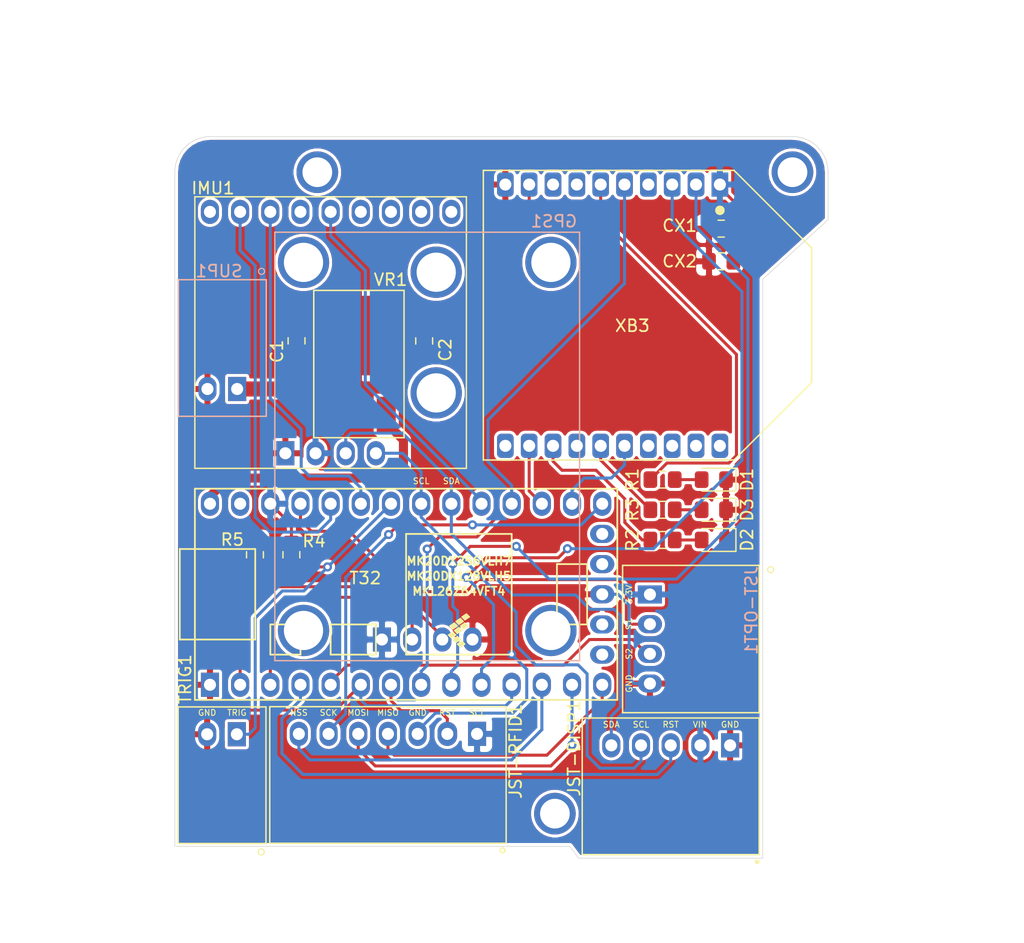
<source format=kicad_pcb>
(kicad_pcb (version 20171130) (host pcbnew "(5.1.2)-2")
  (title_block (title "Smart eNERF Gun") (date 2019-09-16) (rev 4.5) (company "RMIT University") (comment 1 "Engineering Capstone Project") (comment 3 "Author: Aditya Prabhakara"))
  (layers (0 F.Cu signal) (31 B.Cu signal) (34 B.Paste user hide) (35 F.Paste user hide) (36 B.SilkS user) (37 F.SilkS user) (38 B.Mask user hide) (39 F.Mask user hide) (44 Edge.Cuts user))
  (net 0 "")
  (net 1 GND)
  (net 2 +BATT)
  (net 3 +5V)
  (net 4 "Net-(D1-Pad2)")
  (net 5 "Net-(D2-Pad2)")
  (net 6 "Net-(D3-Pad2)")
  (net 7 +3V3)
  (net 8 /T32-2-GPS)
  (net 9 /GPS-2-T32)
  (net 10 /I2C-SDA)
  (net 11 /I2C-SCL)
  (net 12 "Net-(IMU1-Pad5)")
  (net 13 "Net-(IMU1-Pad6)")
  (net 14 "Net-(IMU1-Pad7)")
  (net 15 "Net-(IMU1-Pad8)")
  (net 16 /IMU-M-RDY)
  (net 17 "Net-(IMU1-Pad10)")
  (net 18 /IMU-INT1)
  (net 19 /IMU-INT2)
  (net 20 "Net-(IMU1-Pad13)")
  (net 21 /DISP-RST)
  (net 22 /OPT-S1)
  (net 23 /OPT-S2)
  (net 24 /RFID-RST)
  (net 25 /RFID-MISO)
  (net 26 /RFID-MOSI)
  (net 27 /RFID-SCK)
  (net 28 /RFID-NSS)
  (net 29 /XB-RSSI)
  (net 30 /XB-ON)
  (net 31 /XB-ASOC)
  (net 32 /TRIG)
  (net 33 "Net-(R5-Pad2)")
  (net 34 /XB-WAKE)
  (net 35 /XB-2-T32)
  (net 36 /T32-2-XB)
  (net 37 /XB-RESET)
  (net 38 /XB-CTS_T32-RTS)
  (net 39 /XB-RTS_T32-CTS)
  (net 40 "Net-(T32-Pad15)")
  (net 41 "Net-(T32-Pad16)")
  (net 42 "Net-(T32-Pad19)")
  (net 43 "Net-(T32-Pad18)")
  (net 44 "Net-(XB3-Pad4)")
  (net 45 "Net-(XB3-Pad7)")
  (net 46 "Net-(XB3-Pad11)")
  (net 47 "Net-(XB3-Pad17)")
  (net 48 "Net-(XB3-Pad18)")
  (net 49 "Net-(XB3-Pad19)")
  (net 50 "Net-(XB3-Pad20)")
  (net 51 "Net-(T32-Pad32)")
  (module "Smart_eNERF_Gun:JST_S7B-XH-A(LF)(SN)" (layer F.Cu) (at 67.945 118.745 180)
    (fp_text reference JST-RFID1 (at -10.7442 1.995 270) (layer F.SilkS))
    (fp_text value "S7B-XH-A(LF)(SN)" hide)
    (pad 7 thru_hole oval (at 7.5 3.46 180) (size 1.524 2.032) (drill 1.016) (layers *.Cu *.Mask) (net 28 /RFID-NSS))
    (pad 6 thru_hole oval (at 5 3.46 180) (size 1.524 2.032) (drill 1.016) (layers *.Cu *.Mask) (net 27 /RFID-SCK))
    (pad 5 thru_hole oval (at 2.5 3.46 180) (size 1.524 2.032) (drill 1.016) (layers *.Cu *.Mask) (net 26 /RFID-MOSI))
    (pad 4 thru_hole oval (at 0 3.46 180) (size 1.524 2.032) (drill 1.016) (layers *.Cu *.Mask) (net 25 /RFID-MISO))
    (pad 3 thru_hole oval (at -2.5 3.46 180) (size 1.524 2.032) (drill 1.016) (layers *.Cu *.Mask) (net 1 GND))
    (pad 2 thru_hole oval (at -5 3.46 180) (size 1.651 2.032) (drill 1.016) (layers *.Cu *.Mask) (net 24 /RFID-RST))
    (pad 1 thru_hole rect (at -7.5 3.46 180) (size 1.524 2.032) (drill 1.016) (layers *.Cu *.Mask) (net 7 +3V3))
  )
  (module Smart_eNERF_Gun:LSM9D61_Breakout (layer F.Cu) (at 63.119 81.5 90)
    (fp_text reference IMU1 (at 12.158 -9.906) (layer F.SilkS))
    (fp_text value LSM9D61)
    (pad M thru_hole circle (at -5.08 8.89 90) (size 4.318 4.318) (drill 3.302) (layers *.Cu *.Mask))
    (pad M thru_hole circle (at 5.08 8.89 270) (size 4.318 4.318) (drill 3.302) (layers *.Cu *.Mask))
    (pad 13 thru_hole oval (at 10.16 -10.16 90) (size 2.032 1.524) (drill 1.016) (layers *.Cu *.Mask) (net 20 "Net-(IMU1-Pad13)"))
    (pad 12 thru_hole oval (at 10.16 -7.62 90) (size 2.032 1.524) (drill 1.016) (layers *.Cu *.Mask) (net 19 /IMU-INT2))
    (pad 11 thru_hole oval (at 10.16 -5.08 90) (size 2.032 1.524) (drill 1.016) (layers *.Cu *.Mask) (net 18 /IMU-INT1))
    (pad 10 thru_hole oval (at 10.16 -2.54 90) (size 2.032 1.524) (drill 1.016) (layers *.Cu *.Mask) (net 17 "Net-(IMU1-Pad10)"))
    (pad 9 thru_hole oval (at 10.16 0 90) (size 2.032 1.524) (drill 1.016) (layers *.Cu *.Mask) (net 16 /IMU-M-RDY))
    (pad 8 thru_hole oval (at 10.16 2.54 90) (size 2.032 1.524) (drill 1.016) (layers *.Cu *.Mask) (net 15 "Net-(IMU1-Pad8)"))
    (pad 7 thru_hole oval (at 10.16 5.08 90) (size 2.032 1.524) (drill 1.016) (layers *.Cu *.Mask) (net 14 "Net-(IMU1-Pad7)"))
    (pad 6 thru_hole oval (at 10.16 7.62 90) (size 2.032 1.524) (drill 1.016) (layers *.Cu *.Mask) (net 13 "Net-(IMU1-Pad6)"))
    (pad 5 thru_hole oval (at 10.16 10.16 90) (size 2.032 1.524) (drill 1.016) (layers *.Cu *.Mask) (net 12 "Net-(IMU1-Pad5)"))
    (pad 4 thru_hole oval (at -10.16 3.81 90) (size 2.032 1.524) (drill 1.016) (layers *.Cu *.Mask) (net 11 /I2C-SCL))
    (pad 3 thru_hole oval (at -10.16 1.27 90) (size 2.032 1.524) (drill 1.016) (layers *.Cu *.Mask) (net 10 /I2C-SDA))
    (pad 2 thru_hole oval (at -10.16 -1.27 90) (size 2.032 1.524) (drill 1.016) (layers *.Cu *.Mask) (net 7 +3V3))
    (pad 1 thru_hole rect (at -10.16 -3.81 90) (size 2.032 1.524) (drill 1.016) (layers *.Cu *.Mask) (net 1 GND))
  )
  (module Smart_eNERF_Gun:XCVR_XB3-24Z8PT-J (layer F.Cu) (at 89.792 80.037 270)
    (fp_text reference XB3 (at 0.889 1.27 180) (layer F.SilkS))
    (fp_text value XB3-24Z8PT-J hide)
    (pad 1 thru_hole rect (at -10.9982 -6.096 270) (size 2.032 1.397) (drill 1.016) (layers *.Cu *.Mask) (net 7 +3V3))
    (pad 2 thru_hole roundrect (at -10.9982 -4.0894 270) (size 2.032 1.397) (drill 1.016) (layers *.Cu *.Mask) (net 35 /XB-2-T32))
    (pad 3 thru_hole roundrect (at -10.9982 -2.0828 270) (size 2.032 1.397) (drill 1.016) (layers *.Cu *.Mask) (net 36 /T32-2-XB))
    (pad 4 thru_hole roundrect (at -10.9982 -0.0762 270) (size 2.032 1.397) (drill 1.016) (layers *.Cu *.Mask) (net 44 "Net-(XB3-Pad4)"))
    (pad 5 thru_hole roundrect (at -10.9982 1.9304 270) (size 2.032 1.397) (drill 1.016) (layers *.Cu *.Mask) (net 37 /XB-RESET))
    (pad 6 thru_hole roundrect (at -10.9982 3.937 270) (size 2.032 1.397) (drill 1.016) (layers *.Cu *.Mask) (net 29 /XB-RSSI))
    (pad 7 thru_hole roundrect (at -10.9982 5.9436 270) (size 2.032 1.397) (drill 1.016) (layers *.Cu *.Mask) (net 45 "Net-(XB3-Pad7)"))
    (pad 8 thru_hole roundrect (at -10.9982 7.9502 270) (size 2.032 1.397) (drill 1.016) (layers *.Cu *.Mask))
    (pad 9 thru_hole roundrect (at -10.9982 9.9568 270) (size 2.032 1.397) (drill 1.016) (layers *.Cu *.Mask) (net 34 /XB-WAKE))
    (pad 10 thru_hole roundrect (at -10.9982 11.9634 270) (size 2.032 1.397) (drill 1.016) (layers *.Cu *.Mask) (net 1 GND))
    (pad 11 thru_hole roundrect (at 10.9982 11.9634 270) (size 2.032 1.397) (drill 1.016) (layers *.Cu *.Mask) (net 46 "Net-(XB3-Pad11)"))
    (pad 12 thru_hole roundrect (at 10.9982 9.9568 270) (size 2.032 1.397) (drill 1.016) (layers *.Cu *.Mask) (net 38 /XB-CTS_T32-RTS))
    (pad 13 thru_hole roundrect (at 10.9982 7.9502 270) (size 2.032 1.397) (drill 1.016) (layers *.Cu *.Mask) (net 30 /XB-ON))
    (pad 14 thru_hole roundrect (at 10.9982 5.9436 270) (size 2.032 1.397) (drill 1.016) (layers *.Cu *.Mask))
    (pad 15 thru_hole roundrect (at 10.9982 3.937 270) (size 2.032 1.397) (drill 1.016) (layers *.Cu *.Mask) (net 31 /XB-ASOC))
    (pad 16 thru_hole roundrect (at 10.9982 1.9304 270) (size 2.032 1.397) (drill 1.016) (layers *.Cu *.Mask) (net 39 /XB-RTS_T32-CTS))
    (pad 17 thru_hole roundrect (at 10.9982 -0.0762 270) (size 2.032 1.397) (drill 1.016) (layers *.Cu *.Mask) (net 47 "Net-(XB3-Pad17)"))
    (pad 18 thru_hole roundrect (at 10.9982 -2.0828 270) (size 2.032 1.397) (drill 1.016) (layers *.Cu *.Mask) (net 48 "Net-(XB3-Pad18)"))
    (pad 19 thru_hole roundrect (at 10.9982 -4.0894 270) (size 2.032 1.397) (drill 1.016) (layers *.Cu *.Mask) (net 49 "Net-(XB3-Pad19)"))
    (pad 20 thru_hole roundrect (at 10.9982 -6.096 270) (size 2.032 1.397) (drill 1.016) (layers *.Cu *.Mask) (net 50 "Net-(XB3-Pad20)"))
  )
  (module "Smart_eNERF_Gun:JST_S4B-XH-A(LF)(SN)" (layer F.Cu) (at 90 107.3 270)
    (fp_text reference JST-OPT1 (at -2.398 -8.552 270) (layer B.SilkS) (effects (justify mirror)))
    (fp_text value "S4B-XH-A(LF)(SN)" hide)
    (pad 1 thru_hole rect (at -3.75 0 270) (size 1.524 2.032) (drill 1.016) (layers *.Cu *.Mask) (net 7 +3V3))
    (pad 2 thru_hole oval (at -1.25 0 270) (size 1.524 2.032) (drill 1.016) (layers *.Cu *.Mask) (net 22 /OPT-S1))
    (pad 3 thru_hole oval (at 1.25 0 270) (size 1.524 2.032) (drill 1.016) (layers *.Cu *.Mask) (net 23 /OPT-S2))
    (pad 4 thru_hole oval (at 3.75 0 270) (size 1.524 2.032) (drill 1.016) (layers *.Cu *.Mask) (net 1 GND))
  )
  (module Capacitor_SMD:C_0805_2012Metric_Pad1.15x1.40mm_HandSolder (layer F.Cu) (at 70.996 82.205 90)
    (fp_text reference C2 (at -0.753 1.778 90) (layer F.SilkS))
    (fp_text value 2.2uF)
    (pad 2 smd roundrect (at 1.025 0 90) (size 1.15 1.4) (layers F.Cu F.Paste F.Mask) (roundrect_rratio 0.217391) (net 1 GND))
    (pad 1 smd roundrect (at -1.025 0 90) (size 1.15 1.4) (layers F.Cu F.Paste F.Mask) (roundrect_rratio 0.217391) (net 3 +5V))
  )
  (module Smart_eNERF_Gun:GPS_NEO_6M (layer B.Cu) (at 71.25 91.086)
    (fp_text reference GPS1 (at 10.665 -18.95 180) (layer B.SilkS) (effects (justify mirror)))
    (fp_text value GPS_NEO_6M)
    (pad M thru_hole circle (at 10.414 -15.494 180) (size 4.318 4.318) (drill 3.302) (layers *.Cu *.Mask))
    (pad M thru_hole circle (at -10.414 -15.494) (size 4.318 4.318) (drill 3.302) (layers *.Cu *.Mask))
    (pad M thru_hole circle (at 10.414 15.494 180) (size 4.318 4.318) (drill 3.302) (layers *.Cu *.Mask))
    (pad M thru_hole circle (at -10.414 15.494) (size 4.318 4.318) (drill 3.302) (layers *.Cu *.Mask))
    (pad 4 thru_hole oval (at 3.81 16.256) (size 1.524 2.032) (drill 1.016) (layers *.Cu *.Mask) (net 1 GND))
    (pad 3 thru_hole oval (at 1.27 16.256) (size 1.524 2.032) (drill 1.016) (layers *.Cu *.Mask) (net 9 /GPS-2-T32))
    (pad 2 thru_hole oval (at -1.27 16.256) (size 1.524 2.032) (drill 1.016) (layers *.Cu *.Mask) (net 8 /T32-2-GPS))
    (pad 1 thru_hole rect (at -3.81 16.256) (size 1.524 2.032) (drill 1.016) (layers *.Cu *.Mask) (net 7 +3V3))
  )
  (module "Smart_eNERF_Gun:JST_S2B-XH-A(LF)(SN)" (layer B.Cu) (at 54 86.25 180)
    (fp_text reference SUP1 (at 0.279 9.923 180) (layer B.SilkS) (effects (justify mirror)))
    (fp_text value "S2B-XH-A(LF)(SN)_POWER" hide)
    (pad 2 thru_hole oval (at 1.25 0 180) (size 1.524 2.032) (drill 1.016) (layers *.Cu *.Mask) (net 1 GND))
    (pad 1 thru_hole rect (at -1.25 0 180) (size 1.524 2.032) (drill 1.016) (layers *.Cu *.Mask) (net 2 +BATT))
  )
  (module Smart_eNERF_Gun:Teensy30_31_32_LC (layer F.Cu) (at 69.472 103.532)
    (fp_text reference T32 (at -3.432 -1.3605) (layer F.SilkS))
    (fp_text value Teensy32)
    (fp_text user MK20DX128VLH5 (at 4.445 -1.524) (layer F.SilkS) (effects (font (size 0.7 0.7))))
    (fp_text user MKL26Z64VFT4 (at 4.445 -0.254) (layer F.SilkS) (effects (font (size 0.7 0.7))))
    (fp_text user MK20DX256VLH7 (at 4.445 -2.794) (layer F.SilkS) (effects (font (size 0.7 0.7))))
    (pad 1 thru_hole rect (at -16.51 7.62) (size 1.524 2.032) (drill 1.016) (layers *.Cu *.Mask) (net 1 GND))
    (pad 2 thru_hole oval (at -13.97 7.62) (size 1.524 2.032) (drill 1.016) (layers *.Cu *.Mask) (net 9 /GPS-2-T32))
    (pad 3 thru_hole oval (at -11.43 7.62) (size 1.524 2.032) (drill 1.016) (layers *.Cu *.Mask) (net 8 /T32-2-GPS))
    (pad 4 thru_hole oval (at -8.89 7.62) (size 1.524 2.032) (drill 1.016) (layers *.Cu *.Mask) (net 21 /DISP-RST))
    (pad 5 thru_hole oval (at -6.35 7.62) (size 1.524 2.032) (drill 1.016) (layers *.Cu *.Mask) (net 23 /OPT-S2))
    (pad 6 thru_hole oval (at -3.81 7.62) (size 1.524 2.032) (drill 1.016) (layers *.Cu *.Mask) (net 33 "Net-(R5-Pad2)"))
    (pad 7 thru_hole oval (at -1.27 7.62) (size 1.524 2.032) (drill 1.016) (layers *.Cu *.Mask) (net 24 /RFID-RST))
    (pad 8 thru_hole oval (at 1.27 7.62) (size 1.524 2.032) (drill 1.016) (layers *.Cu *.Mask) (net 34 /XB-WAKE))
    (pad 9 thru_hole oval (at 3.81 7.62) (size 1.524 2.032) (drill 1.016) (layers *.Cu *.Mask) (net 35 /XB-2-T32))
    (pad 10 thru_hole oval (at 6.35 7.62) (size 1.524 2.032) (drill 1.016) (layers *.Cu *.Mask) (net 36 /T32-2-XB))
    (pad 11 thru_hole oval (at 8.89 7.62) (size 1.524 2.032) (drill 1.016) (layers *.Cu *.Mask) (net 33 "Net-(R5-Pad2)"))
    (pad 12 thru_hole oval (at 11.43 7.62) (size 1.524 2.032) (drill 1.016) (layers *.Cu *.Mask) (net 28 /RFID-NSS))
    (pad 13 thru_hole oval (at 13.97 7.62) (size 1.524 2.032) (drill 1.016) (layers *.Cu *.Mask) (net 26 /RFID-MOSI))
    (pad 33 thru_hole oval (at -16.51 -7.62) (size 1.524 2.032) (drill 1.016) (layers *.Cu *.Mask) (net 3 +5V))
    (pad 32 thru_hole oval (at -13.97 -7.62) (size 1.524 2.032) (drill 1.016) (layers *.Cu *.Mask) (net 51 "Net-(T32-Pad32)"))
    (pad 31 thru_hole oval (at -11.43 -7.62) (size 1.524 2.032) (drill 1.016) (layers *.Cu *.Mask) (net 7 +3V3))
    (pad 30 thru_hole oval (at -8.89 -7.62) (size 1.524 2.032) (drill 1.016) (layers *.Cu *.Mask) (net 22 /OPT-S1))
    (pad 29 thru_hole oval (at -6.35 -7.62) (size 1.524 2.032) (drill 1.016) (layers *.Cu *.Mask) (net 19 /IMU-INT2))
    (pad 28 thru_hole oval (at -3.81 -7.62) (size 1.524 2.032) (drill 1.016) (layers *.Cu *.Mask) (net 18 /IMU-INT1))
    (pad 27 thru_hole oval (at -1.27 -7.62) (size 1.524 2.032) (drill 1.016) (layers *.Cu *.Mask) (net 32 /TRIG))
    (pad 26 thru_hole oval (at 1.27 -7.62) (size 1.524 2.032) (drill 1.016) (layers *.Cu *.Mask) (net 11 /I2C-SCL))
    (pad 25 thru_hole oval (at 3.81 -7.62) (size 1.524 2.032) (drill 1.016) (layers *.Cu *.Mask) (net 10 /I2C-SDA))
    (pad 24 thru_hole oval (at 6.35 -7.62) (size 1.524 2.032) (drill 1.016) (layers *.Cu *.Mask) (net 16 /IMU-M-RDY))
    (pad 23 thru_hole oval (at 8.89 -7.62) (size 1.524 2.032) (drill 1.016) (layers *.Cu *.Mask) (net 37 /XB-RESET))
    (pad 22 thru_hole oval (at 11.43 -7.62) (size 1.524 2.032) (drill 1.016) (layers *.Cu *.Mask) (net 38 /XB-CTS_T32-RTS))
    (pad 21 thru_hole oval (at 13.97 -7.62) (size 1.524 2.032) (drill 1.016) (layers *.Cu *.Mask) (net 39 /XB-RTS_T32-CTS))
    (pad 14 thru_hole oval (at 16.51 7.62) (size 1.524 2.032) (drill 1.016) (layers *.Cu *.Mask) (net 25 /RFID-MISO))
    (pad 15 thru_hole oval (at 16.51 5.08) (size 2.032 1.524) (drill 1.016) (layers *.Cu *.Mask) (net 40 "Net-(T32-Pad15)"))
    (pad 16 thru_hole oval (at 16.51 2.54) (size 2.032 1.524) (drill 1.016) (layers *.Cu *.Mask) (net 41 "Net-(T32-Pad16)"))
    (pad 20 thru_hole oval (at 16.51 -7.62) (size 1.524 2.032) (drill 1.016) (layers *.Cu *.Mask) (net 27 /RFID-SCK))
    (pad 19 thru_hole oval (at 16.51 -5.08) (size 2.032 1.524) (drill 1.016) (layers *.Cu *.Mask) (net 42 "Net-(T32-Pad19)"))
    (pad 18 thru_hole oval (at 16.51 -2.54) (size 2.032 1.524) (drill 1.016) (layers *.Cu *.Mask) (net 43 "Net-(T32-Pad18)"))
    (pad 17 thru_hole oval (at 16.51 0) (size 2.032 1.524) (drill 1.016) (layers *.Cu *.Mask) (net 1 GND))
  )
  (module Capacitor_SMD:C_0805_2012Metric_Pad1.15x1.40mm_HandSolder (layer F.Cu) (at 60.25 82.196 90)
    (fp_text reference C1 (at -0.889 -1.651 90) (layer F.SilkS))
    (fp_text value 2.2uF)
    (pad 2 smd roundrect (at 1.025 0 90) (size 1.15 1.4) (layers F.Cu F.Paste F.Mask) (roundrect_rratio 0.217391) (net 1 GND))
    (pad 1 smd roundrect (at -1.025 0 90) (size 1.15 1.4) (layers F.Cu F.Paste F.Mask) (roundrect_rratio 0.217391) (net 2 +BATT))
  )
  (module LED_SMD:LED_0805_2012Metric_Pad1.15x1.40mm_HandSolder (layer F.Cu) (at 95.38 93.88 180)
    (fp_text reference D1 (at -2.794 0 90) (layer F.SilkS))
    (fp_text value LED)
    (pad 2 smd roundrect (at 1.025 0 180) (size 1.15 1.4) (layers F.Cu F.Paste F.Mask) (roundrect_rratio 0.217391) (net 4 "Net-(D1-Pad2)"))
    (pad 1 smd roundrect (at -1.025 0 180) (size 1.15 1.4) (layers F.Cu F.Paste F.Mask) (roundrect_rratio 0.217391) (net 1 GND))
  )
  (module LED_SMD:LED_0805_2012Metric_Pad1.15x1.40mm_HandSolder (layer F.Cu) (at 95.38 98.96 180)
    (fp_text reference D2 (at -2.794 0 90) (layer F.SilkS))
    (fp_text value LED)
    (pad 2 smd roundrect (at 1.025 0 180) (size 1.15 1.4) (layers F.Cu F.Paste F.Mask) (roundrect_rratio 0.217391) (net 5 "Net-(D2-Pad2)"))
    (pad 1 smd roundrect (at -1.025 0 180) (size 1.15 1.4) (layers F.Cu F.Paste F.Mask) (roundrect_rratio 0.217391) (net 1 GND))
  )
  (module LED_SMD:LED_0805_2012Metric_Pad1.15x1.40mm_HandSolder (layer F.Cu) (at 95.38 96.42 180)
    (fp_text reference D3 (at -2.794 0 90) (layer F.SilkS))
    (fp_text value LED)
    (pad 2 smd roundrect (at 1.025 0 180) (size 1.15 1.4) (layers F.Cu F.Paste F.Mask) (roundrect_rratio 0.217391) (net 6 "Net-(D3-Pad2)"))
    (pad 1 smd roundrect (at -1.025 0 180) (size 1.15 1.4) (layers F.Cu F.Paste F.Mask) (roundrect_rratio 0.217391) (net 1 GND))
  )
  (module "Smart_eNERF_Gun:JST_S5B-XH-A(LF)(SN)" (layer F.Cu) (at 91.75 116.25)
    (fp_text reference JST-DISP1 (at -8.1332 0.25 270) (layer F.SilkS))
    (fp_text value "S5B-XH-A(LF)(SN)" hide)
    (pad 5 thru_hole oval (at -5 0 180) (size 1.524 2.032) (drill 1.016) (layers *.Cu *.Mask) (net 10 /I2C-SDA))
    (pad 4 thru_hole oval (at -2.5 0 180) (size 1.524 2.032) (drill 1.016) (layers *.Cu *.Mask) (net 11 /I2C-SCL))
    (pad 3 thru_hole oval (at 0 0 180) (size 1.524 2.032) (drill 1.016) (layers *.Cu *.Mask) (net 21 /DISP-RST))
    (pad 2 thru_hole oval (at 2.5 0 180) (size 1.524 2.032) (drill 1.016) (layers *.Cu *.Mask) (net 7 +3V3))
    (pad 1 thru_hole rect (at 5 0 180) (size 1.524 2.032) (drill 1.016) (layers *.Cu *.Mask) (net 1 GND))
  )
  (module Resistor_SMD:R_0805_2012Metric_Pad1.15x1.40mm_HandSolder (layer F.Cu) (at 91.062 93.88 180)
    (fp_text reference R1 (at 2.54 0 90) (layer F.SilkS))
    (fp_text value 68)
    (pad 2 smd roundrect (at 1.025 0 180) (size 1.15 1.4) (layers F.Cu F.Paste F.Mask) (roundrect_rratio 0.217391) (net 29 /XB-RSSI))
    (pad 1 smd roundrect (at -1.025 0 180) (size 1.15 1.4) (layers F.Cu F.Paste F.Mask) (roundrect_rratio 0.217391) (net 4 "Net-(D1-Pad2)"))
  )
  (module Resistor_SMD:R_0805_2012Metric_Pad1.15x1.40mm_HandSolder (layer F.Cu) (at 91.062 98.96 180)
    (fp_text reference R2 (at 2.54 0 90) (layer F.SilkS))
    (fp_text value 68)
    (pad 2 smd roundrect (at 1.025 0 180) (size 1.15 1.4) (layers F.Cu F.Paste F.Mask) (roundrect_rratio 0.217391) (net 30 /XB-ON))
    (pad 1 smd roundrect (at -1.025 0 180) (size 1.15 1.4) (layers F.Cu F.Paste F.Mask) (roundrect_rratio 0.217391) (net 5 "Net-(D2-Pad2)"))
  )
  (module Resistor_SMD:R_0805_2012Metric_Pad1.15x1.40mm_HandSolder (layer F.Cu) (at 91.062 96.42 180)
    (fp_text reference R3 (at 2.54 0 90) (layer F.SilkS))
    (fp_text value 68)
    (pad 2 smd roundrect (at 1.025 0 180) (size 1.15 1.4) (layers F.Cu F.Paste F.Mask) (roundrect_rratio 0.217391) (net 31 /XB-ASOC))
    (pad 1 smd roundrect (at -1.025 0 180) (size 1.15 1.4) (layers F.Cu F.Paste F.Mask) (roundrect_rratio 0.217391) (net 6 "Net-(D3-Pad2)"))
  )
  (module Resistor_SMD:R_0805_2012Metric_Pad1.15x1.40mm_HandSolder (layer F.Cu) (at 59.817 100.203 270)
    (fp_text reference R4 (at -1.143 -1.905 180) (layer F.SilkS))
    (fp_text value 47k)
    (pad 2 smd roundrect (at 1.025 0 270) (size 1.15 1.4) (layers F.Cu F.Paste F.Mask) (roundrect_rratio 0.217391) (net 32 /TRIG))
    (pad 1 smd roundrect (at -1.025 0 270) (size 1.15 1.4) (layers F.Cu F.Paste F.Mask) (roundrect_rratio 0.217391) (net 7 +3V3))
  )
  (module Resistor_SMD:R_0805_2012Metric_Pad1.15x1.40mm_HandSolder (layer F.Cu) (at 56.75 100.203 270)
    (fp_text reference R5 (at -1.27 1.905) (layer F.SilkS))
    (fp_text value 1k)
    (pad 2 smd roundrect (at 1.025 0 270) (size 1.15 1.4) (layers F.Cu F.Paste F.Mask) (roundrect_rratio 0.217391) (net 33 "Net-(R5-Pad2)"))
    (pad 1 smd roundrect (at -1.025 0 270) (size 1.15 1.4) (layers F.Cu F.Paste F.Mask) (roundrect_rratio 0.217391) (net 1 GND))
  )
  (module "Smart_eNERF_Gun:JST_S2B-XH-A(LF)(SN)" (layer F.Cu) (at 53.975 115.316 180)
    (fp_text reference TRIG1 (at 3.1115 4.6355 90) (layer F.SilkS))
    (fp_text value "S2B-XH-A(LF)(SN)" hide)
    (pad 2 thru_hole oval (at 1.25 0 180) (size 1.524 2.032) (drill 1.016) (layers *.Cu *.Mask) (net 1 GND))
    (pad 1 thru_hole rect (at -1.25 0 180) (size 1.524 2.032) (drill 1.016) (layers *.Cu *.Mask) (net 32 /TRIG))
  )
  (module Capacitor_SMD:C_0805_2012Metric_Pad1.15x1.40mm_HandSolder (layer F.Cu) (at 96 72.75 180)
    (fp_text reference CX1 (at 3.5 0.25) (layer F.SilkS))
    (fp_text value 1.0µF)
    (pad 2 smd roundrect (at 1.025 0 180) (size 1.15 1.4) (layers F.Cu F.Paste F.Mask) (roundrect_rratio 0.217391) (net 1 GND))
    (pad 1 smd roundrect (at -1.025 0 180) (size 1.15 1.4) (layers F.Cu F.Paste F.Mask) (roundrect_rratio 0.217391) (net 7 +3V3))
  )
  (module Capacitor_SMD:C_0805_2012Metric_Pad1.15x1.40mm_HandSolder (layer F.Cu) (at 96 75.5 180)
    (fp_text reference CX2 (at 3.5 0) (layer F.SilkS))
    (fp_text value 8.2pF)
    (pad 2 smd roundrect (at 1.025 0 180) (size 1.15 1.4) (layers F.Cu F.Paste F.Mask) (roundrect_rratio 0.217391) (net 1 GND))
    (pad 1 smd roundrect (at -1.025 0 180) (size 1.15 1.4) (layers F.Cu F.Paste F.Mask) (roundrect_rratio 0.217391) (net 7 +3V3))
  )
  (module Smart_eNERF_Gun:TO-252-3 (layer F.Cu) (at 65.5 81.75)
    (fp_text reference VR1 (at 2.667 -4.699) (layer F.SilkS))
    (fp_text value BDXXFC0FP-E2 hide)
    (pad PAD smd rect (at 0 0) (size 6.7 6.7) (layers F.Cu F.Paste F.Mask) (net 1 GND))
    (pad 1 smd rect (at -2.3 6.65 90) (size 3 1.6) (layers F.Cu F.Paste F.Mask) (net 2 +BATT))
    (pad 2 smd rect (at 2.3 6.65 90) (size 3 1.6) (layers F.Cu F.Paste F.Mask) (net 3 +5V))
  )
  (module Smart_eNERF_Gun:Mount_2.5mm (layer F.Cu) (at 82 122)
    (fp_text reference H1 hide)
    (fp_text value MountingHole hide)
    (pad M thru_hole circle (at 0 0) (size 3.507999 3.507999) (drill 2.5) (layers *.Cu *.Mask))
  )
  (module Smart_eNERF_Gun:Mount_2.5mm (layer F.Cu) (at 62 68)
    (fp_text reference H2 hide)
    (fp_text value MountingHole hide)
    (pad M thru_hole circle (at 0 0) (size 3.507999 3.507999) (drill 2.5) (layers *.Cu *.Mask))
  )
  (module Smart_eNERF_Gun:Mount_2.5mm (layer F.Cu) (at 102 68)
    (fp_text reference H3 hide)
    (fp_text value MountingHole hide)
    (pad M thru_hole circle (at 0 0) (size 3.507999 3.507999) (drill 2.5) (layers *.Cu *.Mask))
  )
  (gr_arc (start 53 68) (end 53 65) (angle -90) (layer Edge.Cuts) (width 0.05))
  (gr_arc (start 102 68) (end 105 68) (angle -90) (layer Edge.Cuts) (width 0.05))
  (gr_text S2 (at 88.25 108.55 90) (layer F.SilkS) (effects (font (size 0.5 0.5) (thickness 0.08))))
  (gr_text S1 (at 88.25 106.05 90) (layer F.SilkS) (effects (font (size 0.5 0.5) (thickness 0.08))))
  (gr_text 3.3V (at 88.25 103.55 90) (layer F.SilkS) (effects (font (size 0.5 0.5) (thickness 0.08))))
  (gr_text GND (at 88.25 111.05 90) (layer F.SilkS) (effects (font (size 0.5 0.5) (thickness 0.08))))
  (gr_text SCL (at 70.742 94) (layer F.SilkS) (effects (font (size 0.5 0.5) (thickness 0.08))))
  (gr_text SDA (at 73.282 94) (layer F.SilkS) (effects (font (size 0.5 0.5) (thickness 0.08))))
  (gr_text GND (at 52.725 113.5) (layer F.SilkS) (effects (font (size 0.5 0.5) (thickness 0.08))))
  (gr_text TRIG (at 55.225 113.5) (layer F.SilkS) (effects (font (size 0.5 0.5) (thickness 0.08))))
  (gr_text NSS (at 60.445 113.5) (layer F.SilkS) (effects (font (size 0.5 0.5) (thickness 0.08))))
  (gr_text SCK (at 62.945 113.5) (layer F.SilkS) (effects (font (size 0.5 0.5) (thickness 0.08))))
  (gr_text MOSI (at 65.445 113.5) (layer F.SilkS) (effects (font (size 0.5 0.5) (thickness 0.08))))
  (gr_text MISO (at 67.945 113.5) (layer F.SilkS) (effects (font (size 0.5 0.5) (thickness 0.08))))
  (gr_text GND (at 70.445 113.5) (layer F.SilkS) (effects (font (size 0.5 0.5) (thickness 0.08))))
  (gr_text RST (at 72.945 113.5) (layer F.SilkS) (effects (font (size 0.5 0.5) (thickness 0.08))))
  (gr_text SCL (at 75.445 113.5) (layer F.SilkS) (effects (font (size 0.5 0.5) (thickness 0.08))))
  (gr_text SDA (at 86.75 114.5) (layer F.SilkS) (effects (font (size 0.5 0.5) (thickness 0.08))))
  (gr_text SCL (at 89.25 114.5) (layer F.SilkS) (effects (font (size 0.5 0.5) (thickness 0.08))))
  (gr_text RST (at 91.75 114.5) (layer F.SilkS) (effects (font (size 0.5 0.5) (thickness 0.08))))
  (gr_text VIN (at 94.21 114.5) (layer F.SilkS) (effects (font (size 0.5 0.5) (thickness 0.08))))
  (gr_text GND (at 96.75 114.5) (layer F.SilkS) (effects (font (size 0.5 0.5) (thickness 0.08))))
  (gr_line (start 83.25 124.75) (end 50 124.75) (layer Edge.Cuts) (width 0.05))
  (gr_line (start 84 125.75) (end 83.25 124.75) (layer Edge.Cuts) (width 0.05))
  (gr_line (start 99.5 125.75) (end 99.5 77) (layer Edge.Cuts) (width 0.05))
  (gr_line (start 105 72) (end 99.5 77) (layer Edge.Cuts) (width 0.05))
  (gr_line (start 105 68) (end 105 72) (layer Edge.Cuts) (width 0.05))
  (gr_line (start 84 125.75) (end 99.5 125.75) (layer Edge.Cuts) (width 0.05))
  (gr_line (start 102 65) (end 53 65) (layer Edge.Cuts) (width 0.05))
  (gr_line (start 50 68) (end 50 124.75) (layer Edge.Cuts) (width 0.05))
  (segment (start 90 111.05) (end 88.6665 111.05) (width 0.254) (layer B.Cu) (net 1))
  (segment (start 87.3155 103.532) (end 88.02251 104.23901) (width 0.254) (layer B.Cu) (net 1))
  (segment (start 85.982 103.532) (end 87.3155 103.532) (width 0.254) (layer B.Cu) (net 1))
  (segment (start 88.24925 104.46575) (end 88.02251 104.23901) (width 0.254) (layer B.Cu) (net 1))
  (segment (start 88.24925 110.63275) (end 88.24925 104.46575) (width 0.254) (layer B.Cu) (net 1))
  (segment (start 88.6665 111.05) (end 88.24925 110.63275) (width 0.254) (layer B.Cu) (net 1))
  (segment (start 75.06 107.342) (end 75.06 106.072) (width 0.254) (layer F.Cu) (net 1))
  (segment (start 77.6 103.532) (end 75.961 105.171) (width 0.254) (layer F.Cu) (net 1))
  (segment (start 85.982 103.532) (end 77.6 103.532) (width 0.254) (layer F.Cu) (net 1))
  (segment (start 75.06 106.072) (end 75.961 105.171) (width 0.254) (layer F.Cu) (net 1))
  (segment (start 75.961 105.171) (end 77.119 104.013) (width 0.254) (layer F.Cu) (net 1))
  (segment (start 75.06 107.342) (end 77.116 107.342) (width 0.254) (layer F.Cu) (net 1))
  (segment (start 77.116 107.342) (end 78.3336 108.5596) (width 0.254) (layer F.Cu) (net 1))
  (via (at 78.359 108.585) (size 0.762) (drill 0.381) (layers F.Cu B.Cu) (net 1))
  (segment (start 70.445 115.031) (end 70.445 115.285) (width 0.254) (layer B.Cu) (net 1))
  (segment (start 71.938 113.538) (end 70.445 115.031) (width 0.254) (layer B.Cu) (net 1))
  (segment (start 78.4606 113.538) (end 71.938 113.538) (width 0.254) (layer B.Cu) (net 1))
  (segment (start 79.629 112.3696) (end 78.4606 113.538) (width 0.254) (layer B.Cu) (net 1))
  (segment (start 79.629 109.855) (end 79.629 112.3696) (width 0.254) (layer B.Cu) (net 1))
  (segment (start 78.359 108.585) (end 79.629 109.855) (width 0.254) (layer B.Cu) (net 1))
  (segment (start 63.489 87.257) (end 63.489 87.957) (width 0.254) (layer F.Cu) (net 2))
  (segment (start 61.05 86.25) (end 63.2 88.4) (width 1.27) (layer F.Cu) (net 2))
  (segment (start 60.25 83.221) (end 60.25 86.25) (width 0.254) (layer F.Cu) (net 2))
  (segment (start 55.25 86.25) (end 60.25 86.25) (width 1.27) (layer F.Cu) (net 2))
  (segment (start 60.25 86.25) (end 61.05 86.25) (width 1.27) (layer F.Cu) (net 2))
  (segment (start 52.962 95.658) (end 52.959 95.655) (width 0.762) (layer F.Cu) (net 3))
  (segment (start 52.962 95.912) (end 52.962 95.658) (width 0.762) (layer F.Cu) (net 3))
  (segment (start 67.8 87.7) (end 67.8 88.4) (width 0.254) (layer F.Cu) (net 3))
  (segment (start 69.468999 86.031001) (end 67.8 87.7) (width 0.254) (layer F.Cu) (net 3))
  (segment (start 69.468999 84.757001) (end 69.468999 86.031001) (width 0.254) (layer F.Cu) (net 3))
  (segment (start 70.996 83.23) (end 69.468999 84.757001) (width 0.254) (layer F.Cu) (net 3))
  (segment (start 67.8 89.1) (end 69.25 90.55) (width 0.762) (layer F.Cu) (net 3))
  (segment (start 67.8 88.4) (end 67.8 89.1) (width 0.762) (layer F.Cu) (net 3))
  (segment (start 69.25 90.55) (end 69.25 93) (width 0.762) (layer F.Cu) (net 3))
  (segment (start 69.25 93) (end 68.5 93.75) (width 0.762) (layer F.Cu) (net 3))
  (segment (start 52.962 95.912) (end 52.962 95.288) (width 0.762) (layer F.Cu) (net 3))
  (segment (start 54.5 93.75) (end 55.25 93.75) (width 0.762) (layer F.Cu) (net 3))
  (segment (start 52.962 95.288) (end 54.5 93.75) (width 0.762) (layer F.Cu) (net 3))
  (segment (start 68.5 93.75) (end 55.25 93.75) (width 0.762) (layer F.Cu) (net 3))
  (segment (start 92.087 93.88) (end 94.355 93.88) (width 0.254) (layer F.Cu) (net 4))
  (segment (start 92.087 98.96) (end 94.355 98.96) (width 0.254) (layer F.Cu) (net 5))
  (segment (start 94.355 96.42) (end 92.087 96.42) (width 0.254) (layer F.Cu) (net 6))
  (segment (start 58.042 95.912) (end 59.817 97.687) (width 0.254) (layer F.Cu) (net 7))
  (segment (start 59.817 97.687) (end 59.817 99.178) (width 0.254) (layer F.Cu) (net 7))
  (segment (start 97.025 75.5) (end 97.025 72.75) (width 0.254) (layer F.Cu) (net 7))
  (segment (start 97.025 70.4298) (end 97.025 72.75) (width 0.254) (layer F.Cu) (net 7))
  (segment (start 95.888 69.0388) (end 95.888 69.2928) (width 0.254) (layer F.Cu) (net 7))
  (segment (start 95.888 69.2928) (end 97.025 70.4298) (width 0.254) (layer F.Cu) (net 7))
  (segment (start 58.042 111.152) (end 58.042 105.153) (width 0.254) (layer F.Cu) (net 8))
  (segment (start 58.042 105.153) (end 59.409 103.786) (width 0.254) (layer F.Cu) (net 8))
  (segment (start 59.409 103.786) (end 68.286 103.786) (width 0.254) (layer F.Cu) (net 8))
  (segment (start 69.98 105.48) (end 69.98 107.342) (width 0.254) (layer F.Cu) (net 8))
  (segment (start 68.286 103.786) (end 69.98 105.48) (width 0.254) (layer F.Cu) (net 8))
  (segment (start 72.52 107.088) (end 72.25 106.818) (width 0.254) (layer F.Cu) (net 9))
  (segment (start 72.25 106.818) (end 72.25 106.504434) (width 0.254) (layer F.Cu) (net 9))
  (segment (start 55.502 105.661) (end 55.502 111.152) (width 0.254) (layer F.Cu) (net 9))
  (segment (start 58.266 102.897) (end 55.502 105.661) (width 0.254) (layer F.Cu) (net 9))
  (segment (start 68.329 102.897) (end 58.266 102.897) (width 0.254) (layer F.Cu) (net 9))
  (segment (start 72.52 107.088) (end 68.329 102.897) (width 0.254) (layer F.Cu) (net 9))
  (segment (start 72.52 107.342) (end 72.52 107.088) (width 0.254) (layer F.Cu) (net 9))
  (segment (start 87.5145 105.3145) (end 87.5145 106.0145) (width 0.254) (layer B.Cu) (net 10))
  (segment (start 87 104.8) (end 87.5145 105.3145) (width 0.254) (layer B.Cu) (net 10))
  (segment (start 87.5145 106.0145) (end 87.5145 105.644238) (width 0.254) (layer B.Cu) (net 10))
  (segment (start 84.95 104.8) (end 87 104.8) (width 0.254) (layer B.Cu) (net 10))
  (segment (start 86.75 113.783) (end 87.5145 113.0185) (width 0.254) (layer B.Cu) (net 10))
  (segment (start 86.75 116.25) (end 86.75 113.783) (width 0.254) (layer B.Cu) (net 10))
  (segment (start 87.5145 113.0185) (end 87.5145 106.0145) (width 0.254) (layer B.Cu) (net 10))
  (segment (start 73.282 94.082) (end 73.282 95.912) (width 0.254) (layer B.Cu) (net 10))
  (segment (start 69.1625 89.9625) (end 73.282 94.082) (width 0.254) (layer B.Cu) (net 10))
  (segment (start 64.8165 89.9625) (end 69.1625 89.9625) (width 0.254) (layer B.Cu) (net 10))
  (segment (start 64.389 90.39) (end 64.8165 89.9625) (width 0.254) (layer B.Cu) (net 10))
  (segment (start 64.389 91.66) (end 64.389 90.39) (width 0.254) (layer B.Cu) (net 10))
  (segment (start 83.7375 103.5875) (end 84.95 104.8) (width 0.254) (layer B.Cu) (net 10))
  (segment (start 73.282 98.428) (end 73.282 95.912) (width 0.254) (layer B.Cu) (net 10))
  (segment (start 78.4415 103.5875) (end 73.282 98.428) (width 0.254) (layer B.Cu) (net 10))
  (segment (start 83.7375 103.5875) (end 78.4415 103.5875) (width 0.254) (layer B.Cu) (net 10))
  (segment (start 70.742 96.166) (end 70.742 95.912) (width 0.254) (layer B.Cu) (net 11))
  (segment (start 89.75 116.504) (end 89.75 116.25) (width 0.254) (layer B.Cu) (net 11))
  (segment (start 84.712 110.233) (end 84.712 117.097) (width 0.254) (layer B.Cu) (net 11))
  (segment (start 70.742 95.912) (end 70.742 97.04337) (width 0.254) (layer B.Cu) (net 11))
  (segment (start 70.742 97.04337) (end 78.743 105.04437) (width 0.254) (layer B.Cu) (net 11))
  (segment (start 88.660009 118.173491) (end 89.25 117.5835) (width 0.254) (layer B.Cu) (net 11))
  (segment (start 78.743 105.04437) (end 78.743 107.85) (width 0.254) (layer B.Cu) (net 11))
  (segment (start 84.712 117.097) (end 84.712018 117.097) (width 0.254) (layer B.Cu) (net 11))
  (segment (start 78.743 107.85) (end 80.367 109.474) (width 0.254) (layer B.Cu) (net 11))
  (segment (start 89.25 117.5835) (end 89.25 116.25) (width 0.254) (layer B.Cu) (net 11))
  (segment (start 84.712018 117.097) (end 85.788509 118.173491) (width 0.254) (layer B.Cu) (net 11))
  (segment (start 80.367 109.474) (end 83.953 109.474) (width 0.254) (layer B.Cu) (net 11))
  (segment (start 85.788509 118.173491) (end 88.660009 118.173491) (width 0.254) (layer B.Cu) (net 11))
  (segment (start 83.953 109.474) (end 84.712 110.233) (width 0.254) (layer B.Cu) (net 11))
  (segment (start 69.181 91.66) (end 70.742 93.221) (width 0.254) (layer B.Cu) (net 11))
  (segment (start 70.742 93.221) (end 70.742 95.912) (width 0.254) (layer B.Cu) (net 11))
  (segment (start 66.929 91.66) (end 69.181 91.66) (width 0.254) (layer B.Cu) (net 11))
  (segment (start 75.822 95.658) (end 75.822 95.912) (width 0.254) (layer B.Cu) (net 16))
  (segment (start 66.04 85.876) (end 75.822 95.658) (width 0.254) (layer B.Cu) (net 16))
  (segment (start 66.04 76.28563) (end 66.04 85.876) (width 0.254) (layer B.Cu) (net 16))
  (segment (start 63.122 73.36763) (end 66.04 76.28563) (width 0.254) (layer B.Cu) (net 16))
  (segment (start 63.122 72.29) (end 63.122 73.36763) (width 0.254) (layer B.Cu) (net 16))
  (segment (start 65.662 95.912) (end 65.662 94.5785) (width 0.254) (layer B.Cu) (net 18))
  (segment (start 60.64249 92.89249) (end 60.675 92.925) (width 0.254) (layer B.Cu) (net 18))
  (segment (start 60.64249 89.64249) (end 60.64249 92.89249) (width 0.254) (layer B.Cu) (net 18))
  (segment (start 58.039 87.039) (end 60.64249 89.64249) (width 0.254) (layer B.Cu) (net 18))
  (segment (start 58.039 71.34) (end 58.039 87.039) (width 0.254) (layer B.Cu) (net 18))
  (segment (start 64.6585 93.575) (end 65.34175 94.25825) (width 0.254) (layer B.Cu) (net 18))
  (segment (start 61.325 93.575) (end 64.6585 93.575) (width 0.254) (layer B.Cu) (net 18))
  (segment (start 65.34175 94.25825) (end 65.0835 94) (width 0.254) (layer B.Cu) (net 18))
  (segment (start 65.662 94.5785) (end 65.34175 94.25825) (width 0.254) (layer B.Cu) (net 18))
  (segment (start 61.325 93.575) (end 60.675 92.925) (width 0.254) (layer B.Cu) (net 18))
  (segment (start 55.499 73.37063) (end 55.502 73.36763) (width 0.254) (layer B.Cu) (net 19))
  (segment (start 55.499 74.5998) (end 55.499 73.37063) (width 0.254) (layer B.Cu) (net 19))
  (segment (start 63.122 97.2455) (end 62.0695 98.298) (width 0.254) (layer B.Cu) (net 19))
  (segment (start 62.0695 98.298) (end 58.039 98.298) (width 0.254) (layer B.Cu) (net 19))
  (segment (start 58.039 98.298) (end 56.769 97.028) (width 0.254) (layer B.Cu) (net 19))
  (segment (start 56.769 97.028) (end 56.769 75.8698) (width 0.254) (layer B.Cu) (net 19))
  (segment (start 55.502 73.36763) (end 55.502 72.29) (width 0.254) (layer B.Cu) (net 19))
  (segment (start 63.122 95.912) (end 63.122 97.2455) (width 0.254) (layer B.Cu) (net 19))
  (segment (start 56.769 75.8698) (end 55.499 74.5998) (width 0.254) (layer B.Cu) (net 19))
  (segment (start 92.25 116.25) (end 92.25 116.504) (width 0.254) (layer B.Cu) (net 21))
  (segment (start 91.75 117.5835) (end 91.75 116.25) (width 0.254) (layer B.Cu) (net 21))
  (segment (start 60.582 112.422) (end 59.017 113.987) (width 0.254) (layer B.Cu) (net 21))
  (segment (start 59.017 113.987) (end 59.017 116.929) (width 0.254) (layer B.Cu) (net 21))
  (segment (start 60.78825 118.70025) (end 90.63325 118.70025) (width 0.254) (layer B.Cu) (net 21))
  (segment (start 90.63325 118.70025) (end 91.75 117.5835) (width 0.254) (layer B.Cu) (net 21))
  (segment (start 59.017 116.929) (end 60.78825 118.70025) (width 0.254) (layer B.Cu) (net 21))
  (segment (start 60.582 111.152) (end 60.582 112.422) (width 0.254) (layer B.Cu) (net 21))
  (segment (start 90.3 106.092) (end 89.233683 106.092) (width 0.254) (layer F.Cu) (net 22))
  (segment (start 89.746 106.05) (end 90 106.05) (width 0.254) (layer F.Cu) (net 22))
  (segment (start 60.582 97.309) (end 60.582 95.912) (width 0.254) (layer F.Cu) (net 22))
  (segment (start 64.694 98.23) (end 61.503 98.23) (width 0.254) (layer F.Cu) (net 22))
  (segment (start 69.774 103.31) (end 64.694 98.23) (width 0.254) (layer F.Cu) (net 22))
  (segment (start 74.54 103.31) (end 69.774 103.31) (width 0.254) (layer F.Cu) (net 22))
  (segment (start 90 106.05) (end 88.397 106.05) (width 0.254) (layer F.Cu) (net 22))
  (segment (start 61.503 98.23) (end 60.582 97.309) (width 0.254) (layer F.Cu) (net 22))
  (segment (start 88.011 105.664) (end 88.011 103.011) (width 0.254) (layer F.Cu) (net 22))
  (segment (start 88.397 106.05) (end 88.011 105.664) (width 0.254) (layer F.Cu) (net 22))
  (segment (start 88.011 103.011) (end 87.3 102.3) (width 0.254) (layer F.Cu) (net 22))
  (segment (start 87.3 102.3) (end 75.55 102.3) (width 0.254) (layer F.Cu) (net 22))
  (segment (start 75.55 102.3) (end 74.54 103.31) (width 0.254) (layer F.Cu) (net 22))
  (segment (start 89.746 108.55) (end 90 108.55) (width 0.254) (layer F.Cu) (net 23))
  (segment (start 63.122 111.152) (end 63.122 110.898) (width 0.254) (layer F.Cu) (net 23))
  (segment (start 63.122 110.898) (end 64.52 109.5) (width 0.254) (layer F.Cu) (net 23))
  (segment (start 82.75 109.5) (end 84.9096 107.3404) (width 0.254) (layer F.Cu) (net 23))
  (segment (start 64.52 109.5) (end 82.75 109.5) (width 0.254) (layer F.Cu) (net 23))
  (segment (start 84.9096 107.3404) (end 88.5364 107.3404) (width 0.254) (layer F.Cu) (net 23))
  (segment (start 88.5364 107.3404) (end 89.746 108.55) (width 0.254) (layer F.Cu) (net 23))
  (segment (start 68.202 112.4855) (end 68.202 111.152) (width 0.254) (layer F.Cu) (net 24))
  (segment (start 69.0495 113.333) (end 68.202 112.4855) (width 0.254) (layer F.Cu) (net 24))
  (segment (start 72.263 113.333) (end 71.4992 113.333) (width 0.254) (layer F.Cu) (net 24))
  (segment (start 72.945 114.015) (end 72.263 113.333) (width 0.254) (layer F.Cu) (net 24))
  (segment (start 72.945 115.285) (end 72.945 114.015) (width 0.254) (layer F.Cu) (net 24))
  (segment (start 71.833 113.333) (end 71.4992 113.333) (width 0.254) (layer F.Cu) (net 24))
  (segment (start 71.4992 113.333) (end 69.0495 113.333) (width 0.254) (layer F.Cu) (net 24))
  (segment (start 67.945 116.555) (end 67.945 115.285) (width 0.254) (layer F.Cu) (net 25))
  (segment (start 68.4685 117.0785) (end 67.945 116.555) (width 0.254) (layer F.Cu) (net 25))
  (segment (start 81.3255 117.0785) (end 68.4685 117.0785) (width 0.254) (layer F.Cu) (net 25))
  (segment (start 85.982 112.422) (end 81.3255 117.0785) (width 0.254) (layer F.Cu) (net 25))
  (segment (start 85.982 111.152) (end 85.982 112.422) (width 0.254) (layer F.Cu) (net 25))
  (segment (start 65.445 116.555) (end 66.873 117.983) (width 0.254) (layer F.Cu) (net 26))
  (segment (start 65.445 115.285) (end 65.445 116.555) (width 0.254) (layer F.Cu) (net 26))
  (segment (start 81.661 117.983) (end 83.439 116.205) (width 0.254) (layer F.Cu) (net 26))
  (segment (start 81.661 117.983) (end 66.873 117.983) (width 0.254) (layer F.Cu) (net 26))
  (segment (start 83.442 111.152) (end 83.442 116.202) (width 0.254) (layer B.Cu) (net 26))
  (via (at 83.439 116.205) (size 0.762) (drill 0.381) (layers F.Cu B.Cu) (net 26))
  (via (at 68 98.5) (size 0.762) (drill 0.381) (layers F.Cu B.Cu) (net 27))
  (segment (start 70.996 97.69) (end 75.06 97.69) (width 0.254) (layer F.Cu) (net 27))
  (via (at 75.06 97.69) (size 0.762) (drill 0.381) (layers F.Cu B.Cu) (net 27))
  (segment (start 84.204 97.69) (end 85.982 95.912) (width 0.254) (layer B.Cu) (net 27))
  (segment (start 75.06 97.69) (end 84.204 97.69) (width 0.254) (layer B.Cu) (net 27))
  (segment (start 64.389 102.111) (end 68 98.5) (width 0.254) (layer B.Cu) (net 27))
  (segment (start 68.81 97.69) (end 68 98.5) (width 0.254) (layer F.Cu) (net 27))
  (segment (start 70.996 97.69) (end 68.81 97.69) (width 0.254) (layer F.Cu) (net 27))
  (segment (start 62.945 115.031) (end 64.389 113.587) (width 0.254) (layer B.Cu) (net 27))
  (segment (start 62.945 115.285) (end 62.945 115.031) (width 0.254) (layer B.Cu) (net 27))
  (segment (start 64.389 113.587) (end 64.389 102.111) (width 0.254) (layer B.Cu) (net 27))
  (segment (start 80.902 114.932) (end 80.902 111.152) (width 0.254) (layer B.Cu) (net 28))
  (segment (start 78.359 117.475) (end 80.902 114.932) (width 0.254) (layer B.Cu) (net 28))
  (segment (start 60.445 115.285) (end 60.445 116.555) (width 0.254) (layer B.Cu) (net 28))
  (segment (start 61.365 117.475) (end 78.359 117.475) (width 0.254) (layer B.Cu) (net 28))
  (segment (start 60.445 116.555) (end 61.365 117.475) (width 0.254) (layer B.Cu) (net 28))
  (segment (start 85.855 71.909) (end 87.506 73.56) (width 0.254) (layer F.Cu) (net 29))
  (segment (start 85.855 69.0388) (end 85.855 71.909) (width 0.254) (layer F.Cu) (net 29))
  (segment (start 97.285 83.339) (end 87.506 73.56) (width 0.254) (layer F.Cu) (net 29))
  (segment (start 97.285 91.848) (end 97.285 83.339) (width 0.254) (layer F.Cu) (net 29))
  (segment (start 96.65 92.483) (end 97.285 91.848) (width 0.254) (layer F.Cu) (net 29))
  (segment (start 90.037 93.88) (end 91.434 92.483) (width 0.254) (layer F.Cu) (net 29))
  (segment (start 91.434 92.483) (end 96.65 92.483) (width 0.254) (layer F.Cu) (net 29))
  (segment (start 81.8418 92.332) (end 81.8418 91.0352) (width 0.254) (layer F.Cu) (net 30))
  (segment (start 89.362 98.96) (end 87.884 97.482) (width 0.254) (layer F.Cu) (net 30))
  (segment (start 90.037 98.96) (end 89.362 98.96) (width 0.254) (layer F.Cu) (net 30))
  (segment (start 87.884 97.482) (end 87.884 95.504) (width 0.254) (layer F.Cu) (net 30))
  (segment (start 87.884 95.504) (end 85.471 93.091) (width 0.254) (layer F.Cu) (net 30))
  (segment (start 85.471 93.091) (end 82.6008 93.091) (width 0.254) (layer F.Cu) (net 30))
  (segment (start 82.6008 93.091) (end 81.8418 92.332) (width 0.254) (layer F.Cu) (net 30))
  (segment (start 85.855 92.238) (end 90.037 96.42) (width 0.254) (layer F.Cu) (net 31))
  (segment (start 85.855 91.0352) (end 85.855 92.238) (width 0.254) (layer F.Cu) (net 31))
  (segment (start 59.817 101.228) (end 62.856 101.228) (width 0.254) (layer F.Cu) (net 32))
  (segment (start 68.202 95.912) (end 60.863 103.251) (width 0.254) (layer B.Cu) (net 32))
  (via (at 62.856 101.228) (size 0.762) (drill 0.381) (layers F.Cu B.Cu) (net 32))
  (segment (start 59.055 103.251) (end 60.071 103.251) (width 0.254) (layer B.Cu) (net 32))
  (segment (start 60.071 103.251) (end 59.847 103.251) (width 0.254) (layer B.Cu) (net 32))
  (segment (start 60.863 103.251) (end 60.071 103.251) (width 0.254) (layer B.Cu) (net 32))
  (segment (start 56.772 105.534) (end 59.055 103.251) (width 0.254) (layer B.Cu) (net 32))
  (segment (start 56.772 114.785) (end 56.772 112.228) (width 0.254) (layer B.Cu) (net 32))
  (segment (start 56.241 115.316) (end 56.772 114.785) (width 0.254) (layer B.Cu) (net 32))
  (segment (start 55.225 115.316) (end 56.241 115.316) (width 0.254) (layer B.Cu) (net 32))
  (segment (start 56.772 112.772) (end 56.772 112.228) (width 0.254) (layer B.Cu) (net 32))
  (segment (start 56.772 112.228) (end 56.772 105.534) (width 0.254) (layer B.Cu) (net 32))
  (segment (start 54.229 103.749) (end 56.75 101.228) (width 0.254) (layer F.Cu) (net 33))
  (segment (start 54.229 112.268) (end 54.229 103.749) (width 0.254) (layer F.Cu) (net 33))
  (segment (start 55.245 113.284) (end 54.229 112.268) (width 0.254) (layer F.Cu) (net 33))
  (segment (start 65.662 111.152) (end 63.53 113.284) (width 0.254) (layer F.Cu) (net 33))
  (segment (start 63.53 113.284) (end 55.245 113.284) (width 0.254) (layer F.Cu) (net 33))
  (segment (start 65.662 112.422) (end 66.1684 112.9284) (width 0.254) (layer B.Cu) (net 33))
  (segment (start 65.662 111.152) (end 65.662 112.422) (width 0.254) (layer B.Cu) (net 33))
  (segment (start 77.8556 112.9284) (end 66.1684 112.9284) (width 0.254) (layer B.Cu) (net 33))
  (segment (start 78.362 112.422) (end 77.8556 112.9284) (width 0.254) (layer B.Cu) (net 33))
  (segment (start 78.362 111.152) (end 78.362 112.422) (width 0.254) (layer B.Cu) (net 33))
  (via (at 71.249991 99.722009) (size 0.762) (drill 0.381) (layers F.Cu B.Cu) (net 34))
  (segment (start 72.266 98.706) (end 71.249991 99.722009) (width 0.254) (layer F.Cu) (net 34))
  (segment (start 75.441 98.706) (end 72.266 98.706) (width 0.254) (layer F.Cu) (net 34))
  (segment (start 79.8352 72.5948) (end 75.187 77.243) (width 0.254) (layer F.Cu) (net 34))
  (segment (start 79.8352 69.0388) (end 79.8352 72.5948) (width 0.254) (layer F.Cu) (net 34))
  (segment (start 75.187 77.243) (end 75.187 92.991) (width 0.254) (layer F.Cu) (net 34))
  (segment (start 75.187 92.991) (end 77.092 94.896) (width 0.254) (layer F.Cu) (net 34))
  (segment (start 77.092 94.896) (end 77.092 97.055) (width 0.254) (layer F.Cu) (net 34))
  (segment (start 77.092 97.055) (end 75.441 98.706) (width 0.254) (layer F.Cu) (net 34))
  (segment (start 70.742 110.02063) (end 70.742 111.152) (width 0.254) (layer B.Cu) (net 34))
  (segment (start 71.25 109.51263) (end 70.742 110.02063) (width 0.254) (layer B.Cu) (net 34))
  (segment (start 71.249991 99.722009) (end 71.249991 109.512621) (width 0.254) (layer B.Cu) (net 34))
  (segment (start 71.249991 109.512621) (end 71.25 109.51263) (width 0.254) (layer B.Cu) (net 34))
  (via (at 78.75 99.5) (size 0.762) (drill 0.381) (layers F.Cu B.Cu) (net 35))
  (via (at 73.406 100.965) (size 0.762) (drill 0.381) (layers F.Cu B.Cu) (net 35))
  (segment (start 92.25 102.25) (end 98.25401 96.24599) (width 0.254) (layer B.Cu) (net 35))
  (segment (start 82.39298 102.25) (end 92.25 102.25) (width 0.254) (layer B.Cu) (net 35))
  (segment (start 93.8814 72.62338) (end 98.25401 76.99599) (width 0.254) (layer B.Cu) (net 35))
  (segment (start 93.8814 69.0388) (end 93.8814 72.62338) (width 0.254) (layer B.Cu) (net 35))
  (segment (start 98.25401 96.24599) (end 98.25401 76.99599) (width 0.254) (layer B.Cu) (net 35))
  (segment (start 82.39298 102.25) (end 81.5 102.25) (width 0.254) (layer B.Cu) (net 35))
  (segment (start 78.75 99.5) (end 81.5 102.25) (width 0.254) (layer B.Cu) (net 35))
  (segment (start 73.282 111.152) (end 73.282 110.02063) (width 0.254) (layer B.Cu) (net 35))
  (segment (start 74.871 99.5) (end 73.406 100.965) (width 0.254) (layer F.Cu) (net 35))
  (segment (start 78.75 99.5) (end 74.871 99.5) (width 0.254) (layer F.Cu) (net 35))
  (segment (start 73.8124 109.49023) (end 73.630015 109.672615) (width 0.254) (layer B.Cu) (net 35))
  (segment (start 73.8124 104.9528) (end 73.8124 109.49023) (width 0.254) (layer B.Cu) (net 35))
  (segment (start 73.406 104.5464) (end 73.8124 104.9528) (width 0.254) (layer B.Cu) (net 35))
  (segment (start 73.406 100.965) (end 73.406 104.5464) (width 0.254) (layer B.Cu) (net 35))
  (segment (start 73.282 110.02063) (end 73.630015 109.672615) (width 0.254) (layer B.Cu) (net 35))
  (segment (start 76.835 104.394) (end 74.549 102.108) (width 0.254) (layer B.Cu) (net 36))
  (segment (start 76.835 108.8055) (end 76.835 104.394) (width 0.254) (layer B.Cu) (net 36))
  (segment (start 75.822 111.152) (end 75.822 109.8185) (width 0.254) (layer B.Cu) (net 36))
  (segment (start 75.822 109.8185) (end 76.835 108.8055) (width 0.254) (layer B.Cu) (net 36))
  (segment (start 91.8748 72.1898) (end 91.8748 69.0388) (width 0.254) (layer B.Cu) (net 36))
  (segment (start 83.055 99.695) (end 90.297 99.695) (width 0.254) (layer B.Cu) (net 36))
  (via (at 83.055 99.695) (size 0.762) (drill 0.381) (layers F.Cu B.Cu) (net 36))
  (segment (start 82.293 100.457) (end 83.055 99.695) (width 0.254) (layer F.Cu) (net 36))
  (segment (start 97.746 78.061) (end 97.0925 77.4075) (width 0.254) (layer B.Cu) (net 36))
  (segment (start 97.746 92.246) (end 97.746 78.061) (width 0.254) (layer B.Cu) (net 36))
  (segment (start 97.0925 77.4075) (end 91.8748 72.1898) (width 0.254) (layer B.Cu) (net 36))
  (segment (start 90.297 99.695) (end 97.746 92.246) (width 0.254) (layer B.Cu) (net 36))
  (via (at 74.549 102.108) (size 0.762) (drill 0.381) (layers F.Cu B.Cu) (net 36))
  (segment (start 76.2 100.457) (end 74.549 102.108) (width 0.254) (layer F.Cu) (net 36))
  (segment (start 77.216 100.457) (end 76.2 100.457) (width 0.254) (layer F.Cu) (net 36))
  (segment (start 77.216 100.457) (end 82.293 100.457) (width 0.254) (layer F.Cu) (net 36))
  (segment (start 87.8616 77.3654) (end 87.8616 77.1936) (width 0.254) (layer B.Cu) (net 37))
  (segment (start 87.8616 77.1936) (end 87.8616 69.0388) (width 0.254) (layer B.Cu) (net 37))
  (segment (start 76.372685 88.854315) (end 76.3905 88.8365) (width 0.254) (layer B.Cu) (net 37))
  (segment (start 76.3905 88.8365) (end 87.8616 77.3654) (width 0.254) (layer B.Cu) (net 37))
  (segment (start 78.362 94.78063) (end 78.359 94.77763) (width 0.254) (layer B.Cu) (net 37))
  (segment (start 78.362 95.912) (end 78.362 94.78063) (width 0.254) (layer B.Cu) (net 37))
  (segment (start 78.359 94.361) (end 76.372685 92.374685) (width 0.254) (layer B.Cu) (net 37))
  (segment (start 78.359 94.77763) (end 78.359 94.361) (width 0.254) (layer B.Cu) (net 37))
  (segment (start 76.372685 92.374685) (end 76.372685 88.854315) (width 0.254) (layer B.Cu) (net 37))
  (segment (start 79.8352 94.8452) (end 80.902 95.912) (width 0.254) (layer F.Cu) (net 38))
  (segment (start 79.8352 91.0352) (end 79.8352 94.8452) (width 0.254) (layer F.Cu) (net 38))
  (segment (start 87.8616 92.6384) (end 87.8616 91.0352) (width 0.254) (layer B.Cu) (net 39))
  (segment (start 86.753185 93.746815) (end 87.8616 92.6384) (width 0.254) (layer B.Cu) (net 39))
  (segment (start 84.475815 93.746815) (end 86.753185 93.746815) (width 0.254) (layer B.Cu) (net 39))
  (segment (start 83.442 94.78063) (end 84.475815 93.746815) (width 0.254) (layer B.Cu) (net 39))
  (segment (start 83.442 95.912) (end 83.442 94.78063) (width 0.254) (layer B.Cu) (net 39))
  (zone (net 1) (net_name GND) (layer F.Cu) (connect_pads (clearance 0.254)) (min_thickness 0.254) (fill yes (arc_segments 32) (thermal_gap 0.508) (thermal_bridge_width 0.508))
    (polygon (pts (xy 106 64) (xy 49 64) (xy 49 128) (xy 101 128) (xy 101 78) (xy 106 73)))
  )
  (zone (net 7) (net_name +3V3) (layer B.Cu) (connect_pads (clearance 0.254)) (min_thickness 0.254) (fill yes (arc_segments 32) (thermal_gap 0.508) (thermal_bridge_width 0.508))
    (polygon (pts (xy 101 128) (xy 49 128) (xy 49 64) (xy 106 64) (xy 106 73) (xy 101 78)))
  )
)
</source>
